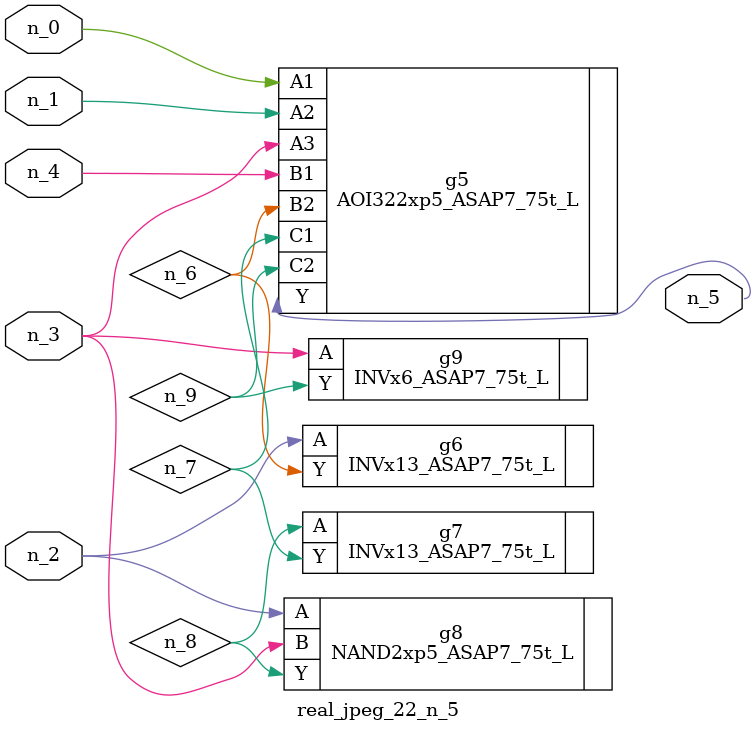
<source format=v>
module real_jpeg_22_n_5 (n_4, n_0, n_1, n_2, n_3, n_5);

input n_4;
input n_0;
input n_1;
input n_2;
input n_3;

output n_5;

wire n_8;
wire n_6;
wire n_7;
wire n_9;

AOI322xp5_ASAP7_75t_L g5 ( 
.A1(n_0),
.A2(n_1),
.A3(n_3),
.B1(n_4),
.B2(n_6),
.C1(n_7),
.C2(n_9),
.Y(n_5)
);

INVx13_ASAP7_75t_L g6 ( 
.A(n_2),
.Y(n_6)
);

NAND2xp5_ASAP7_75t_L g8 ( 
.A(n_2),
.B(n_3),
.Y(n_8)
);

INVx6_ASAP7_75t_L g9 ( 
.A(n_3),
.Y(n_9)
);

INVx13_ASAP7_75t_L g7 ( 
.A(n_8),
.Y(n_7)
);


endmodule
</source>
